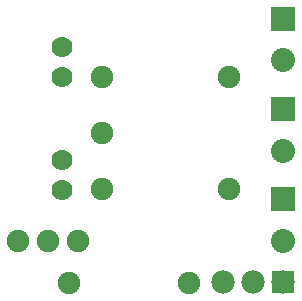
<source format=gbl>
G04 MADE WITH FRITZING*
G04 WWW.FRITZING.ORG*
G04 DOUBLE SIDED*
G04 HOLES PLATED*
G04 CONTOUR ON CENTER OF CONTOUR VECTOR*
%ASAXBY*%
%FSLAX23Y23*%
%MOIN*%
%OFA0B0*%
%SFA1.0B1.0*%
%ADD10C,0.075118*%
%ADD11C,0.074803*%
%ADD12C,0.075000*%
%ADD13C,0.080000*%
%ADD14C,0.070000*%
%ADD15C,0.078000*%
%ADD16R,0.080000X0.080000*%
%ADD17R,0.078000X0.078000*%
%LNCOPPER0*%
G90*
G70*
G54D10*
X752Y784D03*
X331Y784D03*
X331Y410D03*
X752Y410D03*
G54D11*
X330Y599D03*
G54D12*
X218Y99D03*
X618Y99D03*
G54D13*
X933Y377D03*
X933Y239D03*
G54D12*
X251Y237D03*
X151Y237D03*
X51Y237D03*
G54D14*
X196Y784D03*
X196Y884D03*
X196Y509D03*
X196Y409D03*
G54D15*
X933Y101D03*
X833Y101D03*
X733Y101D03*
G54D13*
X933Y977D03*
X933Y840D03*
X933Y677D03*
X933Y539D03*
G54D16*
X933Y377D03*
G54D17*
X933Y101D03*
G54D16*
X933Y977D03*
X933Y677D03*
G04 End of Copper0*
M02*
</source>
